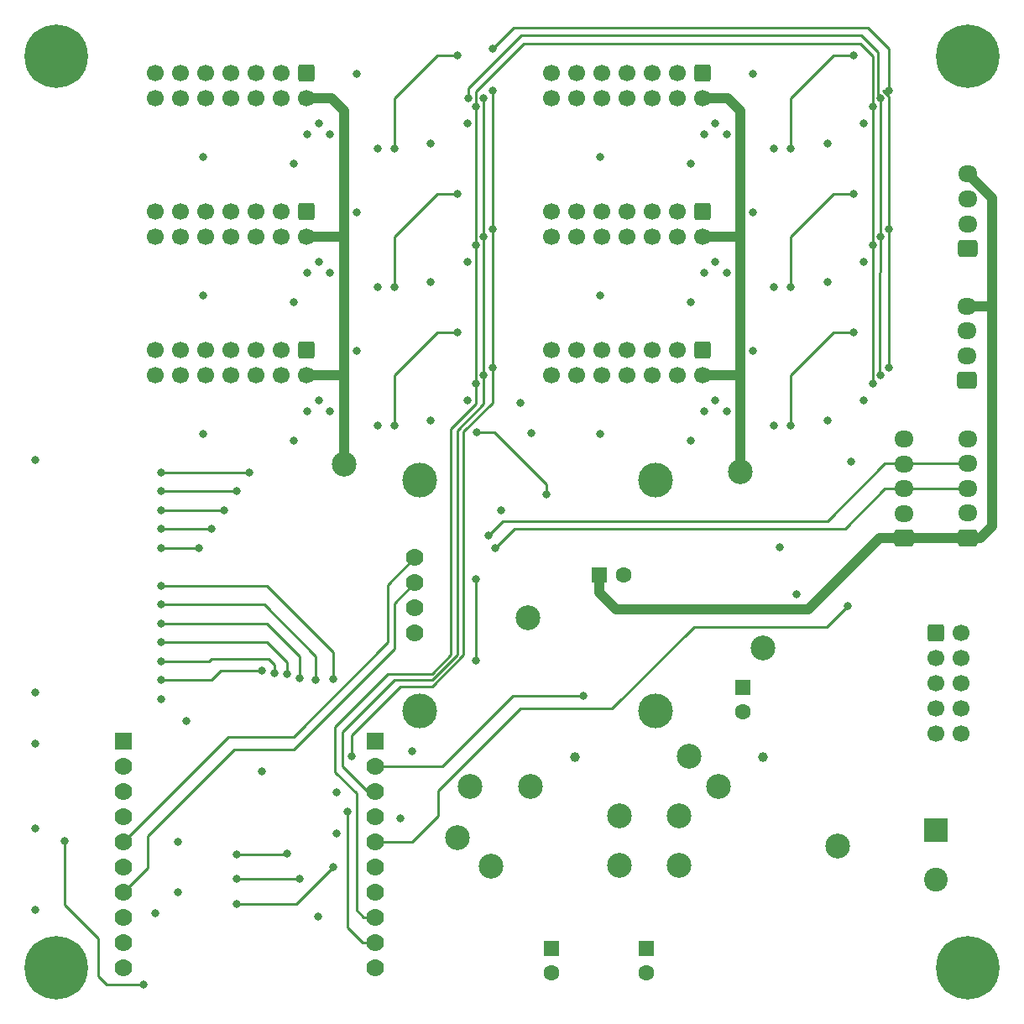
<source format=gbr>
%TF.GenerationSoftware,KiCad,Pcbnew,(7.0.0)*%
%TF.CreationDate,2023-03-12T03:04:05-07:00*%
%TF.ProjectId,EnergyMonitor - ESP PCB,456e6572-6779-44d6-9f6e-69746f72202d,rev?*%
%TF.SameCoordinates,Original*%
%TF.FileFunction,Copper,L4,Bot*%
%TF.FilePolarity,Positive*%
%FSLAX46Y46*%
G04 Gerber Fmt 4.6, Leading zero omitted, Abs format (unit mm)*
G04 Created by KiCad (PCBNEW (7.0.0)) date 2023-03-12 03:04:05*
%MOMM*%
%LPD*%
G01*
G04 APERTURE LIST*
G04 Aperture macros list*
%AMRoundRect*
0 Rectangle with rounded corners*
0 $1 Rounding radius*
0 $2 $3 $4 $5 $6 $7 $8 $9 X,Y pos of 4 corners*
0 Add a 4 corners polygon primitive as box body*
4,1,4,$2,$3,$4,$5,$6,$7,$8,$9,$2,$3,0*
0 Add four circle primitives for the rounded corners*
1,1,$1+$1,$2,$3*
1,1,$1+$1,$4,$5*
1,1,$1+$1,$6,$7*
1,1,$1+$1,$8,$9*
0 Add four rect primitives between the rounded corners*
20,1,$1+$1,$2,$3,$4,$5,0*
20,1,$1+$1,$4,$5,$6,$7,0*
20,1,$1+$1,$6,$7,$8,$9,0*
20,1,$1+$1,$8,$9,$2,$3,0*%
G04 Aperture macros list end*
%TA.AperFunction,ComponentPad*%
%ADD10RoundRect,0.250000X-0.600000X-0.600000X0.600000X-0.600000X0.600000X0.600000X-0.600000X0.600000X0*%
%TD*%
%TA.AperFunction,ComponentPad*%
%ADD11C,1.700000*%
%TD*%
%TA.AperFunction,ComponentPad*%
%ADD12C,0.800000*%
%TD*%
%TA.AperFunction,ComponentPad*%
%ADD13C,6.400000*%
%TD*%
%TA.AperFunction,ComponentPad*%
%ADD14RoundRect,0.250000X-0.600000X0.600000X-0.600000X-0.600000X0.600000X-0.600000X0.600000X0.600000X0*%
%TD*%
%TA.AperFunction,ComponentPad*%
%ADD15R,1.600000X1.600000*%
%TD*%
%TA.AperFunction,ComponentPad*%
%ADD16C,1.600000*%
%TD*%
%TA.AperFunction,ComponentPad*%
%ADD17R,2.400000X2.400000*%
%TD*%
%TA.AperFunction,ComponentPad*%
%ADD18C,2.400000*%
%TD*%
%TA.AperFunction,ComponentPad*%
%ADD19C,1.778000*%
%TD*%
%TA.AperFunction,ComponentPad*%
%ADD20C,3.500000*%
%TD*%
%TA.AperFunction,ComponentPad*%
%ADD21R,1.778000X1.778000*%
%TD*%
%TA.AperFunction,ComponentPad*%
%ADD22RoundRect,0.250000X0.725000X-0.600000X0.725000X0.600000X-0.725000X0.600000X-0.725000X-0.600000X0*%
%TD*%
%TA.AperFunction,ComponentPad*%
%ADD23O,1.950000X1.700000*%
%TD*%
%TA.AperFunction,ViaPad*%
%ADD24C,2.500000*%
%TD*%
%TA.AperFunction,ViaPad*%
%ADD25C,1.000000*%
%TD*%
%TA.AperFunction,ViaPad*%
%ADD26C,0.800000*%
%TD*%
%TA.AperFunction,Conductor*%
%ADD27C,0.250000*%
%TD*%
%TA.AperFunction,Conductor*%
%ADD28C,1.000000*%
%TD*%
G04 APERTURE END LIST*
D10*
%TO.P,J1,1,Pin_1*%
%TO.N,+9V*%
X132710000Y-102230000D03*
D11*
%TO.P,J1,2,Pin_2*%
%TO.N,unconnected-(J1-Pin_2-Pad2)*%
X135250000Y-102230000D03*
%TO.P,J1,3,Pin_3*%
%TO.N,+9V*%
X132710000Y-104770000D03*
%TO.P,J1,4,Pin_4*%
%TO.N,GND*%
X135250000Y-104770000D03*
%TO.P,J1,5,Pin_5*%
%TO.N,+9V*%
X132710000Y-107310000D03*
%TO.P,J1,6,Pin_6*%
%TO.N,GND*%
X135250000Y-107310000D03*
%TO.P,J1,7,Pin_7*%
%TO.N,+9V*%
X132710000Y-109850000D03*
%TO.P,J1,8,Pin_8*%
%TO.N,GND*%
X135250000Y-109850000D03*
%TO.P,J1,9,Pin_9*%
%TO.N,unconnected-(J1-Pin_9-Pad9)*%
X132710000Y-112390000D03*
%TO.P,J1,10,Pin_10*%
%TO.N,GND*%
X135250000Y-112390000D03*
%TD*%
D12*
%TO.P,H1,1*%
%TO.N,N/C*%
X41600000Y-44000000D03*
X42302944Y-42302944D03*
X42302944Y-45697056D03*
X44000000Y-41600000D03*
D13*
X44000000Y-44000000D03*
D12*
X44000000Y-46400000D03*
X45697056Y-42302944D03*
X45697056Y-45697056D03*
X46400000Y-44000000D03*
%TD*%
%TO.P,H2,1*%
%TO.N,N/C*%
X41600000Y-136000000D03*
X42302944Y-134302944D03*
X42302944Y-137697056D03*
X44000000Y-133600000D03*
D13*
X44000000Y-136000000D03*
D12*
X44000000Y-138400000D03*
X45697056Y-134302944D03*
X45697056Y-137697056D03*
X46400000Y-136000000D03*
%TD*%
%TO.P,H3,1*%
%TO.N,N/C*%
X133600000Y-44000000D03*
X134302944Y-42302944D03*
X134302944Y-45697056D03*
X136000000Y-41600000D03*
D13*
X136000000Y-44000000D03*
D12*
X136000000Y-46400000D03*
X137697056Y-42302944D03*
X137697056Y-45697056D03*
X138400000Y-44000000D03*
%TD*%
%TO.P,H4,1*%
%TO.N,N/C*%
X133600000Y-136000000D03*
X134302944Y-134302944D03*
X134302944Y-137697056D03*
X136000000Y-133600000D03*
D13*
X136000000Y-136000000D03*
D12*
X136000000Y-138400000D03*
X137697056Y-134302944D03*
X137697056Y-137697056D03*
X138400000Y-136000000D03*
%TD*%
D14*
%TO.P,J3,1,Pin_1*%
%TO.N,+3.3V*%
X109215000Y-59685000D03*
D11*
%TO.P,J3,2,Pin_2*%
%TO.N,+5V*%
X109215000Y-62225000D03*
%TO.P,J3,3,Pin_3*%
%TO.N,+3.3V*%
X106675000Y-59685000D03*
%TO.P,J3,4,Pin_4*%
%TO.N,/ESP1/~{CS_3}*%
X106675000Y-62225000D03*
%TO.P,J3,5,Pin_5*%
%TO.N,/ESP1/IRQ_3*%
X104135000Y-59685000D03*
%TO.P,J3,6,Pin_6*%
%TO.N,/ESP1/~{CS_4}*%
X104135000Y-62225000D03*
%TO.P,J3,7,Pin_7*%
%TO.N,/ESP1/IRQ_4*%
X101595000Y-59685000D03*
%TO.P,J3,8,Pin_8*%
%TO.N,GND*%
X101595000Y-62225000D03*
%TO.P,J3,9,Pin_9*%
%TO.N,/ESP1/MOSI_2*%
X99055000Y-59685000D03*
%TO.P,J3,10,Pin_10*%
%TO.N,GND*%
X99055000Y-62225000D03*
%TO.P,J3,11,Pin_11*%
%TO.N,/ESP1/MISO_2*%
X96515000Y-59685000D03*
%TO.P,J3,12,Pin_12*%
%TO.N,GND*%
X96515000Y-62225000D03*
%TO.P,J3,13,Pin_13*%
%TO.N,/ESP1/SCLK_2*%
X93975000Y-59685000D03*
%TO.P,J3,14,Pin_14*%
%TO.N,GND*%
X93975000Y-62225000D03*
%TD*%
D14*
%TO.P,J4,1,Pin_1*%
%TO.N,+3.3V*%
X109215000Y-73655000D03*
D11*
%TO.P,J4,2,Pin_2*%
%TO.N,+5V*%
X109215000Y-76195000D03*
%TO.P,J4,3,Pin_3*%
%TO.N,+3.3V*%
X106675000Y-73655000D03*
%TO.P,J4,4,Pin_4*%
%TO.N,/ESP1/~{CS_5}*%
X106675000Y-76195000D03*
%TO.P,J4,5,Pin_5*%
%TO.N,/ESP1/IRQ_5*%
X104135000Y-73655000D03*
%TO.P,J4,6,Pin_6*%
%TO.N,/ESP1/~{CS_6}*%
X104135000Y-76195000D03*
%TO.P,J4,7,Pin_7*%
%TO.N,/ESP1/IRQ_6*%
X101595000Y-73655000D03*
%TO.P,J4,8,Pin_8*%
%TO.N,GND*%
X101595000Y-76195000D03*
%TO.P,J4,9,Pin_9*%
%TO.N,/ESP1/MOSI_3*%
X99055000Y-73655000D03*
%TO.P,J4,10,Pin_10*%
%TO.N,GND*%
X99055000Y-76195000D03*
%TO.P,J4,11,Pin_11*%
%TO.N,/ESP1/MISO_3*%
X96515000Y-73655000D03*
%TO.P,J4,12,Pin_12*%
%TO.N,GND*%
X96515000Y-76195000D03*
%TO.P,J4,13,Pin_13*%
%TO.N,/ESP1/SCLK_3*%
X93975000Y-73655000D03*
%TO.P,J4,14,Pin_14*%
%TO.N,GND*%
X93975000Y-76195000D03*
%TD*%
D14*
%TO.P,J7,1,Pin_1*%
%TO.N,+3.3V*%
X69210000Y-73655000D03*
D11*
%TO.P,J7,2,Pin_2*%
%TO.N,+5V*%
X69210000Y-76195000D03*
%TO.P,J7,3,Pin_3*%
%TO.N,+3.3V*%
X66670000Y-73655000D03*
%TO.P,J7,4,Pin_4*%
%TO.N,/ESP1/~{CS_11}*%
X66670000Y-76195000D03*
%TO.P,J7,5,Pin_5*%
%TO.N,/ESP1/IRQ_11*%
X64130000Y-73655000D03*
%TO.P,J7,6,Pin_6*%
%TO.N,/ESP1/~{CS_12}*%
X64130000Y-76195000D03*
%TO.P,J7,7,Pin_7*%
%TO.N,/ESP1/IRQ_12*%
X61590000Y-73655000D03*
%TO.P,J7,8,Pin_8*%
%TO.N,GND*%
X61590000Y-76195000D03*
%TO.P,J7,9,Pin_9*%
%TO.N,/ESP1/MOSI_6*%
X59050000Y-73655000D03*
%TO.P,J7,10,Pin_10*%
%TO.N,GND*%
X59050000Y-76195000D03*
%TO.P,J7,11,Pin_11*%
%TO.N,/ESP1/MISO_6*%
X56510000Y-73655000D03*
%TO.P,J7,12,Pin_12*%
%TO.N,GND*%
X56510000Y-76195000D03*
%TO.P,J7,13,Pin_13*%
%TO.N,/ESP1/SCLK_6*%
X53970000Y-73655000D03*
%TO.P,J7,14,Pin_14*%
%TO.N,GND*%
X53970000Y-76195000D03*
%TD*%
D14*
%TO.P,J6,1,Pin_1*%
%TO.N,+3.3V*%
X69210000Y-59685000D03*
D11*
%TO.P,J6,2,Pin_2*%
%TO.N,+5V*%
X69210000Y-62225000D03*
%TO.P,J6,3,Pin_3*%
%TO.N,+3.3V*%
X66670000Y-59685000D03*
%TO.P,J6,4,Pin_4*%
%TO.N,/ESP1/~{CS_9}*%
X66670000Y-62225000D03*
%TO.P,J6,5,Pin_5*%
%TO.N,/ESP1/IRQ_9*%
X64130000Y-59685000D03*
%TO.P,J6,6,Pin_6*%
%TO.N,/ESP1/~{CS_10}*%
X64130000Y-62225000D03*
%TO.P,J6,7,Pin_7*%
%TO.N,/ESP1/IRQ_10*%
X61590000Y-59685000D03*
%TO.P,J6,8,Pin_8*%
%TO.N,GND*%
X61590000Y-62225000D03*
%TO.P,J6,9,Pin_9*%
%TO.N,/ESP1/MOSI_5*%
X59050000Y-59685000D03*
%TO.P,J6,10,Pin_10*%
%TO.N,GND*%
X59050000Y-62225000D03*
%TO.P,J6,11,Pin_11*%
%TO.N,/ESP1/MISO_5*%
X56510000Y-59685000D03*
%TO.P,J6,12,Pin_12*%
%TO.N,GND*%
X56510000Y-62225000D03*
%TO.P,J6,13,Pin_13*%
%TO.N,/ESP1/SCLK_5*%
X53970000Y-59685000D03*
%TO.P,J6,14,Pin_14*%
%TO.N,GND*%
X53970000Y-62225000D03*
%TD*%
D14*
%TO.P,J5,1,Pin_1*%
%TO.N,+3.3V*%
X69210000Y-45715000D03*
D11*
%TO.P,J5,2,Pin_2*%
%TO.N,+5V*%
X69210000Y-48255000D03*
%TO.P,J5,3,Pin_3*%
%TO.N,+3.3V*%
X66670000Y-45715000D03*
%TO.P,J5,4,Pin_4*%
%TO.N,/ESP1/~{CS_7}*%
X66670000Y-48255000D03*
%TO.P,J5,5,Pin_5*%
%TO.N,/ESP1/IRQ_7*%
X64130000Y-45715000D03*
%TO.P,J5,6,Pin_6*%
%TO.N,/ESP1/~{CS_8}*%
X64130000Y-48255000D03*
%TO.P,J5,7,Pin_7*%
%TO.N,/ESP1/IRQ_8*%
X61590000Y-45715000D03*
%TO.P,J5,8,Pin_8*%
%TO.N,GND*%
X61590000Y-48255000D03*
%TO.P,J5,9,Pin_9*%
%TO.N,/ESP1/MOSI_4*%
X59050000Y-45715000D03*
%TO.P,J5,10,Pin_10*%
%TO.N,GND*%
X59050000Y-48255000D03*
%TO.P,J5,11,Pin_11*%
%TO.N,/ESP1/MISO_4*%
X56510000Y-45715000D03*
%TO.P,J5,12,Pin_12*%
%TO.N,GND*%
X56510000Y-48255000D03*
%TO.P,J5,13,Pin_13*%
%TO.N,/ESP1/SCLK_4*%
X53970000Y-45715000D03*
%TO.P,J5,14,Pin_14*%
%TO.N,GND*%
X53970000Y-48255000D03*
%TD*%
D15*
%TO.P,C14,1*%
%TO.N,Net-(U5-+VIn)*%
X93974999Y-134019999D03*
D16*
%TO.P,C14,2*%
%TO.N,GND*%
X93975000Y-136520000D03*
%TD*%
D17*
%TO.P,C4,1*%
%TO.N,+9V*%
X132709999Y-122131040D03*
D18*
%TO.P,C4,2*%
%TO.N,GND*%
X132710000Y-127131041D03*
%TD*%
D15*
%TO.P,C5,1*%
%TO.N,Net-(U5-+VIn)*%
X103499999Y-134019999D03*
D16*
%TO.P,C5,2*%
%TO.N,GND*%
X103500000Y-136520000D03*
%TD*%
D15*
%TO.P,C15,1*%
%TO.N,+5V*%
X98782605Y-96387999D03*
D16*
%TO.P,C15,2*%
%TO.N,GND*%
X101282606Y-96388000D03*
%TD*%
D15*
%TO.P,C16,1*%
%TO.N,+3.3V*%
X113309999Y-107699999D03*
D16*
%TO.P,C16,2*%
%TO.N,GND*%
X113310000Y-110200000D03*
%TD*%
D14*
%TO.P,J2,1,Pin_1*%
%TO.N,+3.3V*%
X109215000Y-45715000D03*
D11*
%TO.P,J2,2,Pin_2*%
%TO.N,+5V*%
X109215000Y-48255000D03*
%TO.P,J2,3,Pin_3*%
%TO.N,+3.3V*%
X106675000Y-45715000D03*
%TO.P,J2,4,Pin_4*%
%TO.N,/ESP1/~{CS_1}*%
X106675000Y-48255000D03*
%TO.P,J2,5,Pin_5*%
%TO.N,/ESP1/IRQ_1*%
X104135000Y-45715000D03*
%TO.P,J2,6,Pin_6*%
%TO.N,/ESP1/~{CS_2}*%
X104135000Y-48255000D03*
%TO.P,J2,7,Pin_7*%
%TO.N,/ESP1/IRQ_2*%
X101595000Y-45715000D03*
%TO.P,J2,8,Pin_8*%
%TO.N,GND*%
X101595000Y-48255000D03*
%TO.P,J2,9,Pin_9*%
%TO.N,/ESP1/MOSI_1*%
X99055000Y-45715000D03*
%TO.P,J2,10,Pin_10*%
%TO.N,GND*%
X99055000Y-48255000D03*
%TO.P,J2,11,Pin_11*%
%TO.N,/ESP1/MISO_1*%
X96515000Y-45715000D03*
%TO.P,J2,12,Pin_12*%
%TO.N,GND*%
X96515000Y-48255000D03*
%TO.P,J2,13,Pin_13*%
%TO.N,/ESP1/SCLK_1*%
X93975000Y-45715000D03*
%TO.P,J2,14,Pin_14*%
%TO.N,GND*%
X93975000Y-48255000D03*
%TD*%
D19*
%TO.P,LCD1,1,VCC*%
%TO.N,+5V*%
X80205000Y-102230000D03*
%TO.P,LCD1,2,Gnd*%
%TO.N,GND*%
X80205000Y-99690000D03*
%TO.P,LCD1,3,SCL*%
%TO.N,/ESP1/I2C_SCL*%
X80205000Y-97150000D03*
%TO.P,LCD1,4,SDA*%
%TO.N,/ESP1/I2C_SDA*%
X80205000Y-94610000D03*
D20*
%TO.P,LCD1,8*%
%TO.N,N/C*%
X80705000Y-110070000D03*
X104505000Y-110070000D03*
X80705000Y-86770000D03*
X104505000Y-86770000D03*
%TD*%
D21*
%TO.P,U2,1,5V*%
%TO.N,+5V*%
X50794999Y-113112499D03*
D19*
%TO.P,U2,2,3.3V*%
%TO.N,unconnected-(U2-3.3V-Pad2)*%
X50795000Y-115652500D03*
%TO.P,U2,3,GND*%
%TO.N,GND*%
X50795000Y-118192500D03*
%TO.P,U2,4,ESP_EN*%
%TO.N,unconnected-(U2-ESP_EN-Pad4)*%
X50795000Y-120732500D03*
%TO.P,U2,5,GPIO0*%
%TO.N,/ESP1/I2C_SDA*%
X50795000Y-123272500D03*
%TO.P,U2,6,GPIO1/U0TXD*%
%TO.N,unconnected-(U2-GPIO1{slash}U0TXD-Pad6)*%
X50795000Y-125812500D03*
%TO.P,U2,7,GPIO2/HS2_DATA0*%
%TO.N,/ESP1/I2C_SCL*%
X50795000Y-128352500D03*
%TO.P,U2,8,GPIO3/U0RXD*%
%TO.N,unconnected-(U2-GPIO3{slash}U0RXD-Pad8)*%
X50795000Y-130892500D03*
%TO.P,U2,9,GPIO4/U1TXD*%
%TO.N,/ESP1/CS_EN*%
X50795000Y-133432500D03*
%TO.P,U2,10,GPIO5/SPI_CS*%
%TO.N,/ESP1/CS_A3*%
X50795000Y-135972500D03*
D21*
%TO.P,U2,11,GPIO39*%
%TO.N,Net-(U2-GPIO39)*%
X76194999Y-113112499D03*
D19*
%TO.P,U2,12,GPIO36/U1RXD*%
%TO.N,/ESP1/1WIRE*%
X76195000Y-115652500D03*
%TO.P,U2,13,GPIO35*%
%TO.N,/ESP1/MISO*%
X76195000Y-118192500D03*
%TO.P,U2,14,GPIO34/BUT1*%
%TO.N,unconnected-(U2-GPIO34{slash}BUT1-Pad14)*%
X76195000Y-120732500D03*
%TO.P,U2,15,GPIO33*%
%TO.N,Net-(U2-GPIO33)*%
X76195000Y-123272500D03*
%TO.P,U2,16,GPIO32*%
%TO.N,/ESP1/CS_A0*%
X76195000Y-125812500D03*
%TO.P,U2,17,GPIO16/I2C-SCL*%
%TO.N,/ESP1/CS_A1*%
X76195000Y-128352500D03*
%TO.P,U2,18,GPIO15/HS2_CMD*%
%TO.N,/ESP1/MOSI*%
X76195000Y-130892500D03*
%TO.P,U2,19,GPIO14/HS2_CLK*%
%TO.N,/ESP1/SCLK*%
X76195000Y-133432500D03*
%TO.P,U2,20,GPIO13/I2C-SDA*%
%TO.N,/ESP1/CS_A2*%
X76195000Y-135972500D03*
%TD*%
D22*
%TO.P,J8,1,Pin_1*%
%TO.N,GND*%
X135885000Y-76750000D03*
D23*
%TO.P,J8,2,Pin_2*%
%TO.N,/ESP1/1WIRE*%
X135884999Y-74249999D03*
%TO.P,J8,3,Pin_3*%
%TO.N,+3.3V*%
X135884999Y-71749999D03*
%TO.P,J8,4,Pin_4*%
%TO.N,+5V*%
X135884999Y-69249999D03*
%TD*%
D22*
%TO.P,J9,1,Pin_1*%
%TO.N,GND*%
X135995000Y-63435000D03*
D23*
%TO.P,J9,2,Pin_2*%
%TO.N,/ESP1/1WIRE*%
X135994999Y-60934999D03*
%TO.P,J9,3,Pin_3*%
%TO.N,+3.3V*%
X135994999Y-58434999D03*
%TO.P,J9,4,Pin_4*%
%TO.N,+5V*%
X135994999Y-55934999D03*
%TD*%
D22*
%TO.P,J11,1,Pin_1*%
%TO.N,+5V*%
X129535000Y-92665000D03*
D23*
%TO.P,J11,2,Pin_2*%
%TO.N,+3.3V*%
X129534999Y-90164999D03*
%TO.P,J11,3,Pin_3*%
%TO.N,/ESP1/I2C_SCL*%
X129534999Y-87664999D03*
%TO.P,J11,4,Pin_4*%
%TO.N,/ESP1/I2C_SDA*%
X129534999Y-85164999D03*
%TO.P,J11,5,Pin_5*%
%TO.N,GND*%
X129534999Y-82664999D03*
%TD*%
D22*
%TO.P,J12,1,Pin_1*%
%TO.N,+5V*%
X135995000Y-92625000D03*
D23*
%TO.P,J12,2,Pin_2*%
%TO.N,+3.3V*%
X135994999Y-90124999D03*
%TO.P,J12,3,Pin_3*%
%TO.N,/ESP1/I2C_SCL*%
X135994999Y-87624999D03*
%TO.P,J12,4,Pin_4*%
%TO.N,/ESP1/I2C_SDA*%
X135994999Y-85124999D03*
%TO.P,J12,5,Pin_5*%
%TO.N,GND*%
X135994999Y-82624999D03*
%TD*%
D24*
%TO.N,GND*%
X122810000Y-123700000D03*
X84450000Y-122900000D03*
D25*
X96310000Y-114700000D03*
D24*
X115285000Y-103700000D03*
D26*
X90800000Y-78968000D03*
X118653000Y-98324000D03*
X116406000Y-81280500D03*
X108011500Y-68884500D03*
X81783000Y-52827000D03*
X114308000Y-59815000D03*
X64765000Y-116200000D03*
X74303000Y-45845000D03*
X78735000Y-120920000D03*
D25*
X115310000Y-114700000D03*
D26*
X58860000Y-68130000D03*
X124201000Y-84958000D03*
D24*
X91562000Y-100706000D03*
D26*
X70395000Y-130805000D03*
X88895000Y-89835000D03*
X57145000Y-111120000D03*
X108011500Y-82854500D03*
X74303000Y-59815000D03*
X98865000Y-68130000D03*
D24*
X87835000Y-125725000D03*
D26*
X98865000Y-54160000D03*
D24*
X106835000Y-125700000D03*
D26*
X76401000Y-53340500D03*
D24*
X107810000Y-114675000D03*
D26*
X58860000Y-82100000D03*
X81783000Y-66797000D03*
X68006500Y-82854500D03*
X116406000Y-53340500D03*
X41905000Y-113406000D03*
X68006500Y-54914500D03*
X114308000Y-73785000D03*
X76401000Y-81280500D03*
X121788000Y-80767000D03*
X121788000Y-66797000D03*
X116406000Y-67310500D03*
D24*
X100785000Y-120700000D03*
X110835000Y-117700000D03*
D26*
X72295000Y-122435000D03*
X74303000Y-73785000D03*
X81783000Y-80767000D03*
D24*
X85785000Y-117700000D03*
D26*
X114308000Y-45845000D03*
X68006500Y-68884500D03*
X76401000Y-67310500D03*
X41905000Y-130170000D03*
X121788000Y-52827000D03*
D24*
X106835000Y-120700000D03*
X100785000Y-125700000D03*
D26*
X58860000Y-54160000D03*
X98865000Y-82100000D03*
X108011500Y-54914500D03*
D24*
X91835000Y-117700000D03*
D26*
%TO.N,+3.3V*%
X53970000Y-130480000D03*
X85466000Y-50795000D03*
X71617500Y-79878000D03*
X54605000Y-108885000D03*
X72280000Y-118310000D03*
X79900000Y-114105000D03*
X91943000Y-82037000D03*
X85466000Y-64765000D03*
X41905000Y-108250000D03*
X56321250Y-128332750D03*
X41905000Y-84755000D03*
X41905000Y-121915000D03*
X125471000Y-78735000D03*
X111622500Y-51938000D03*
X111622500Y-65908000D03*
X71617500Y-51938000D03*
X125471000Y-50795000D03*
X85466000Y-78735000D03*
X111622500Y-79878000D03*
X71617500Y-65908000D03*
X125471000Y-64765000D03*
X56321250Y-123252750D03*
X117013000Y-93594000D03*
%TO.N,Net-(D6-A)*%
X52805000Y-137650000D03*
X44890000Y-123185000D03*
%TO.N,Net-(R3-Pad2)*%
X86355000Y-104990000D03*
X86355000Y-96820000D03*
D24*
%TO.N,+5V*%
X113025000Y-85974000D03*
X73020000Y-85212000D03*
D26*
%TO.N,/ESP1/1WIRE*%
X97150000Y-108580000D03*
%TO.N,/ESP1/~{CS_2}*%
X109342000Y-51938000D03*
X54605000Y-106980000D03*
X64765000Y-106040000D03*
%TO.N,/ESP1/~{CS_1}*%
X66035000Y-106294000D03*
X110485000Y-50795000D03*
X54605000Y-105075000D03*
%TO.N,/ESP1/SCLK*%
X128011000Y-61463000D03*
X88006000Y-47493000D03*
X88006000Y-61463000D03*
X88006000Y-75433000D03*
X128011000Y-75433000D03*
X88006000Y-43302000D03*
X73782000Y-114676000D03*
X128011000Y-47493000D03*
X73401000Y-120264000D03*
%TO.N,/ESP1/MISO*%
X127122000Y-48255000D03*
X127122000Y-62225000D03*
X127122000Y-76195000D03*
X87117000Y-48255000D03*
X87117000Y-76195000D03*
X87117000Y-62225000D03*
X85593000Y-48255000D03*
%TO.N,/ESP1/MOSI*%
X126360000Y-49144000D03*
X86355000Y-77084000D03*
X126360000Y-63114000D03*
X126360000Y-77084000D03*
X86355000Y-63114000D03*
X86355000Y-49144000D03*
%TO.N,Net-(U3-Pad1)*%
X93467000Y-88260000D03*
X86420000Y-81972000D03*
%TO.N,/ESP1/I2C_SCL*%
X88260000Y-93645000D03*
%TO.N,Net-(U2-GPIO33)*%
X123820000Y-99505000D03*
%TO.N,/ESP1/CS_A0*%
X71964500Y-125812500D03*
X62256500Y-129566500D03*
%TO.N,/ESP1/CS_A1*%
X68575000Y-126995000D03*
X62225000Y-127026500D03*
%TO.N,/ESP1/CS_A2*%
X62225000Y-124598500D03*
X67305000Y-124455000D03*
%TO.N,Net-(U7-OEa)*%
X78100000Y-53335000D03*
X84455500Y-43937000D03*
%TO.N,Net-(U9-OEa)*%
X84455500Y-57907000D03*
X78100000Y-67305000D03*
%TO.N,Net-(U11-OEa)*%
X78100000Y-81275000D03*
X84455500Y-71877000D03*
%TO.N,Net-(U13-OEa)*%
X118105000Y-53335000D03*
X124460500Y-43937000D03*
%TO.N,Net-(U15-OEa)*%
X118105000Y-67305000D03*
X124460500Y-57907000D03*
%TO.N,Net-(U17-OEa)*%
X124460500Y-71877000D03*
X118105000Y-81275000D03*
%TO.N,/ESP1/I2C_SDA*%
X87625000Y-92375000D03*
%TO.N,/ESP1/~{CS_4_R}*%
X67305000Y-106345000D03*
X109342000Y-65908000D03*
X54605000Y-103170000D03*
%TO.N,/ESP1/~{CS_3_R}*%
X110485000Y-64765000D03*
X54605000Y-101265000D03*
X68575000Y-106802000D03*
%TO.N,/ESP1/~{CS_11_R}*%
X54605000Y-86025000D03*
X63495000Y-86025000D03*
X70480000Y-78735000D03*
%TO.N,/ESP1/~{CS_12_R}*%
X62225000Y-87930000D03*
X54605000Y-87930000D03*
X69337000Y-79878000D03*
%TO.N,/ESP1/~{CS_5_R}*%
X71978500Y-106827500D03*
X54605000Y-97455000D03*
X110485000Y-78735000D03*
%TO.N,/ESP1/~{CS_6_R}*%
X109342000Y-79878000D03*
X70200500Y-106954500D03*
X54605000Y-99360000D03*
%TO.N,/ESP1/~{CS_9_R}*%
X70480000Y-64765000D03*
X54605000Y-89835000D03*
X60955000Y-89835000D03*
%TO.N,/ESP1/~{CS_10_R}*%
X54605000Y-91740000D03*
X59685000Y-91740000D03*
X69337000Y-65908000D03*
%TO.N,/ESP1/~{CS_7_R}*%
X54605000Y-93645000D03*
X58415000Y-93645000D03*
X70480000Y-50795000D03*
%TO.N,/ESP1/~{CS_8_R}*%
X69337000Y-51938000D03*
%TD*%
D27*
%TO.N,Net-(D6-A)*%
X48255000Y-133015000D02*
X44890000Y-129650000D01*
X52805000Y-137650000D02*
X49080000Y-137650000D01*
X44890000Y-129650000D02*
X44890000Y-123185000D01*
X48255000Y-136825000D02*
X48255000Y-133015000D01*
X49080000Y-137650000D02*
X48255000Y-136825000D01*
%TO.N,Net-(R3-Pad2)*%
X86355000Y-104990000D02*
X86355000Y-96820000D01*
D28*
%TO.N,+5V*%
X119883000Y-99817000D02*
X127075000Y-92625000D01*
X73020000Y-85212000D02*
X73020000Y-76195000D01*
X109215000Y-62225000D02*
X113025000Y-62225000D01*
X69210000Y-76195000D02*
X73020000Y-76195000D01*
X138425000Y-58365000D02*
X135995000Y-55935000D01*
X135995000Y-92625000D02*
X137235000Y-92625000D01*
X113025000Y-76195000D02*
X113025000Y-49525000D01*
X137235000Y-92625000D02*
X138425000Y-91435000D01*
X113025000Y-85974000D02*
X113025000Y-76195000D01*
X113025000Y-49525000D02*
X111755000Y-48255000D01*
X138425000Y-91435000D02*
X138425000Y-73020000D01*
X71750000Y-48255000D02*
X69210000Y-48255000D01*
X111628000Y-99817000D02*
X100452000Y-99817000D01*
X111628000Y-99817000D02*
X119883000Y-99817000D01*
X111755000Y-48255000D02*
X109215000Y-48255000D01*
X109215000Y-76195000D02*
X113025000Y-76195000D01*
X105278000Y-99817000D02*
X111628000Y-99817000D01*
X138425000Y-69250000D02*
X135885000Y-69250000D01*
X100452000Y-99817000D02*
X98782606Y-98147606D01*
X69210000Y-62225000D02*
X73020000Y-62225000D01*
X98782606Y-98147606D02*
X98782606Y-96388000D01*
X127075000Y-92625000D02*
X135995000Y-92625000D01*
X138425000Y-73020000D02*
X138425000Y-58365000D01*
X73020000Y-76195000D02*
X73020000Y-49525000D01*
X73020000Y-49525000D02*
X71750000Y-48255000D01*
D27*
%TO.N,/ESP1/1WIRE*%
X90038000Y-108580000D02*
X97150000Y-108580000D01*
X76195000Y-115652500D02*
X82965500Y-115652500D01*
X82965500Y-115652500D02*
X90038000Y-108580000D01*
%TO.N,/ESP1/~{CS_2}*%
X59685000Y-106980000D02*
X60625000Y-106040000D01*
X60625000Y-106040000D02*
X64765000Y-106040000D01*
X54605000Y-106980000D02*
X59685000Y-106980000D01*
%TO.N,/ESP1/~{CS_1}*%
X59431000Y-105075000D02*
X59685000Y-104821000D01*
X59685000Y-104821000D02*
X65400000Y-104821000D01*
X54605000Y-105075000D02*
X59431000Y-105075000D01*
X66035000Y-105456000D02*
X66035000Y-106294000D01*
X65400000Y-104821000D02*
X66035000Y-105456000D01*
%TO.N,/ESP1/SCLK*%
X127385305Y-47493000D02*
X128011000Y-48118695D01*
X74885500Y-133432500D02*
X73401000Y-131948000D01*
X125852000Y-41143000D02*
X94610000Y-41143000D01*
X81910000Y-107615000D02*
X78735000Y-107615000D01*
X90165000Y-41143000D02*
X88006000Y-43302000D01*
X88006000Y-78989000D02*
X85085000Y-81910000D01*
X85085000Y-104440000D02*
X81910000Y-107615000D01*
X128011000Y-48118695D02*
X128011000Y-75433000D01*
X76195000Y-133432500D02*
X74885500Y-133432500D01*
X78735000Y-107615000D02*
X73782000Y-112568000D01*
X128011000Y-47493000D02*
X127385305Y-47493000D01*
X88006000Y-75433000D02*
X88006000Y-78989000D01*
X85085000Y-81910000D02*
X85085000Y-104440000D01*
X128011000Y-43302000D02*
X125852000Y-41143000D01*
X128011000Y-47493000D02*
X128011000Y-43302000D01*
X73401000Y-131948000D02*
X73401000Y-120264000D01*
X88006000Y-75433000D02*
X88006000Y-47493000D01*
X73782000Y-112568000D02*
X73782000Y-114676000D01*
X94610000Y-41143000D02*
X90165000Y-41143000D01*
%TO.N,/ESP1/MISO*%
X126935305Y-43623305D02*
X125217000Y-41905000D01*
X127122000Y-65822695D02*
X127083000Y-65861695D01*
X125217000Y-41905000D02*
X90927000Y-41905000D01*
X127122000Y-48255000D02*
X127122000Y-65822695D01*
X90927000Y-41905000D02*
X85593000Y-47239000D01*
X87117000Y-76195000D02*
X87117000Y-79116000D01*
X126935305Y-48068305D02*
X126935305Y-43623305D01*
X72893000Y-115654000D02*
X75431500Y-118192500D01*
X78100000Y-106980000D02*
X72893000Y-112187000D01*
X127122000Y-48255000D02*
X126935305Y-48068305D01*
X85593000Y-47239000D02*
X85593000Y-48255000D01*
X75431500Y-118192500D02*
X76195000Y-118192500D01*
X127083000Y-76156000D02*
X127122000Y-76195000D01*
X87117000Y-79116000D02*
X84450000Y-81783000D01*
X87117000Y-48255000D02*
X87117000Y-76195000D01*
X84450000Y-104438604D02*
X81908604Y-106980000D01*
X72893000Y-112187000D02*
X72893000Y-115654000D01*
X127083000Y-65861695D02*
X127083000Y-76156000D01*
X84450000Y-81783000D02*
X84450000Y-104438604D01*
X81908604Y-106980000D02*
X78100000Y-106980000D01*
%TO.N,/ESP1/MOSI*%
X86355000Y-77084000D02*
X86355000Y-49144000D01*
X91181000Y-42794000D02*
X86355000Y-47620000D01*
X126360000Y-63114000D02*
X126360000Y-49144000D01*
X75012500Y-130892500D02*
X74290000Y-130170000D01*
X86355000Y-79116000D02*
X86355000Y-77084000D01*
X86355000Y-47620000D02*
X86355000Y-49144000D01*
X83815000Y-81656000D02*
X86355000Y-79116000D01*
X126360000Y-77084000D02*
X126360000Y-63114000D01*
X74290000Y-130170000D02*
X74290000Y-118410000D01*
X76195000Y-130892500D02*
X75012500Y-130892500D01*
X72131000Y-116251000D02*
X72131000Y-111679000D01*
X74290000Y-118410000D02*
X72131000Y-116251000D01*
X126360000Y-44064000D02*
X125090000Y-42794000D01*
X77465000Y-106345000D02*
X81907208Y-106345000D01*
X72131000Y-111679000D02*
X77465000Y-106345000D01*
X125090000Y-42794000D02*
X91181000Y-42794000D01*
X81907208Y-106345000D02*
X83815000Y-104437208D01*
X126360000Y-49144000D02*
X126360000Y-44064000D01*
X83815000Y-104437208D02*
X83815000Y-81656000D01*
%TO.N,Net-(U3-Pad1)*%
X93467000Y-87244000D02*
X88195000Y-81972000D01*
X93467000Y-88260000D02*
X93467000Y-87244000D01*
X88195000Y-81972000D02*
X86420000Y-81972000D01*
%TO.N,/ESP1/I2C_SCL*%
X127590000Y-87665000D02*
X129535000Y-87665000D01*
X53208000Y-125939500D02*
X53208000Y-122677000D01*
X53208000Y-122677000D02*
X61920000Y-113965000D01*
X88260000Y-93645000D02*
X90216000Y-91689000D01*
X67940000Y-113965000D02*
X78100000Y-103805000D01*
X135955000Y-87665000D02*
X135995000Y-87625000D01*
X123566000Y-91689000D02*
X127590000Y-87665000D01*
X129535000Y-87665000D02*
X135955000Y-87665000D01*
X90216000Y-91689000D02*
X123566000Y-91689000D01*
X78100000Y-99255000D02*
X80205000Y-97150000D01*
X50795000Y-128352500D02*
X53208000Y-125939500D01*
X61920000Y-113965000D02*
X67940000Y-113965000D01*
X78100000Y-103805000D02*
X78100000Y-99255000D01*
%TO.N,Net-(U2-GPIO33)*%
X90800000Y-109850000D02*
X100071000Y-109850000D01*
X82545000Y-118105000D02*
X90800000Y-109850000D01*
X82545000Y-120645000D02*
X82545000Y-118105000D01*
X100071000Y-109850000D02*
X108326000Y-101595000D01*
X76195000Y-123272500D02*
X79917500Y-123272500D01*
X79917500Y-123272500D02*
X82545000Y-120645000D01*
X108326000Y-101595000D02*
X121730000Y-101595000D01*
X121730000Y-101595000D02*
X123820000Y-99505000D01*
%TO.N,/ESP1/CS_A0*%
X68210500Y-129566500D02*
X71964500Y-125812500D01*
X62256500Y-129566500D02*
X68210500Y-129566500D01*
%TO.N,/ESP1/CS_A1*%
X68575000Y-126995000D02*
X62256500Y-126995000D01*
X62256500Y-126995000D02*
X62225000Y-127026500D01*
%TO.N,/ESP1/CS_A2*%
X67161500Y-124598500D02*
X62225000Y-124598500D01*
X67305000Y-124455000D02*
X67161500Y-124598500D01*
%TO.N,Net-(U7-OEa)*%
X82418000Y-43937000D02*
X84455500Y-43937000D01*
X78100000Y-48255000D02*
X82418000Y-43937000D01*
X78100000Y-53335000D02*
X78100000Y-48255000D01*
%TO.N,Net-(U9-OEa)*%
X82418000Y-57907000D02*
X84455500Y-57907000D01*
X78100000Y-67305000D02*
X78100000Y-62225000D01*
X78100000Y-62225000D02*
X82418000Y-57907000D01*
%TO.N,Net-(U11-OEa)*%
X78100000Y-81275000D02*
X78100000Y-76195000D01*
X82418000Y-71877000D02*
X84455500Y-71877000D01*
X78100000Y-76195000D02*
X82418000Y-71877000D01*
%TO.N,Net-(U13-OEa)*%
X118105000Y-48255000D02*
X122423000Y-43937000D01*
X118105000Y-53335000D02*
X118105000Y-48255000D01*
X122423000Y-43937000D02*
X124460500Y-43937000D01*
%TO.N,Net-(U15-OEa)*%
X118105000Y-67305000D02*
X118105000Y-62225000D01*
X122423000Y-57907000D02*
X124460500Y-57907000D01*
X118105000Y-62225000D02*
X122423000Y-57907000D01*
%TO.N,Net-(U17-OEa)*%
X118105000Y-76195000D02*
X122423000Y-71877000D01*
X118105000Y-81275000D02*
X118105000Y-76195000D01*
X122423000Y-71877000D02*
X124460500Y-71877000D01*
%TO.N,/ESP1/I2C_SDA*%
X77465000Y-103170000D02*
X67940000Y-112695000D01*
X87625000Y-92375000D02*
X89073000Y-90927000D01*
X121788000Y-90927000D02*
X127590000Y-85125000D01*
X80205000Y-94610000D02*
X77465000Y-97350000D01*
X127590000Y-85125000D02*
X135995000Y-85125000D01*
X77465000Y-97350000D02*
X77465000Y-103170000D01*
X61372500Y-112695000D02*
X50795000Y-123272500D01*
X89073000Y-90927000D02*
X121788000Y-90927000D01*
X67940000Y-112695000D02*
X61372500Y-112695000D01*
%TO.N,/ESP1/~{CS_4_R}*%
X67305000Y-105202000D02*
X67305000Y-106345000D01*
X54605000Y-103170000D02*
X65273000Y-103170000D01*
X65273000Y-103170000D02*
X67305000Y-105202000D01*
%TO.N,/ESP1/~{CS_3_R}*%
X65273000Y-101265000D02*
X68575000Y-104567000D01*
X68575000Y-104567000D02*
X68575000Y-106802000D01*
X54605000Y-101265000D02*
X65273000Y-101265000D01*
%TO.N,/ESP1/~{CS_11_R}*%
X54605000Y-86025000D02*
X63495000Y-86025000D01*
%TO.N,/ESP1/~{CS_12_R}*%
X54605000Y-87930000D02*
X62225000Y-87930000D01*
%TO.N,/ESP1/~{CS_5_R}*%
X65273000Y-97455000D02*
X71978500Y-104160500D01*
X54605000Y-97455000D02*
X65273000Y-97455000D01*
X71978500Y-104160500D02*
X71978500Y-106827500D01*
%TO.N,/ESP1/~{CS_6_R}*%
X54605000Y-99360000D02*
X65019000Y-99360000D01*
X70200500Y-104541500D02*
X70200500Y-106954500D01*
X65019000Y-99360000D02*
X70200500Y-104541500D01*
%TO.N,/ESP1/~{CS_9_R}*%
X54605000Y-89835000D02*
X60955000Y-89835000D01*
%TO.N,/ESP1/~{CS_10_R}*%
X54605000Y-91740000D02*
X59685000Y-91740000D01*
%TO.N,/ESP1/~{CS_7_R}*%
X54605000Y-93645000D02*
X58415000Y-93645000D01*
%TD*%
M02*

</source>
